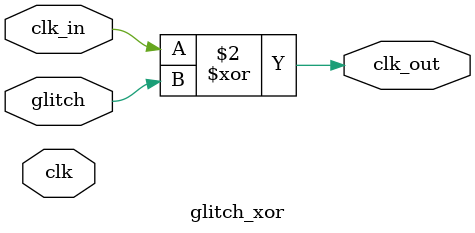
<source format=v>
module glitch_xor(
    input wire clk,
    input wire clk_in,
    input wire glitch,
    output reg clk_out
);

always @ (clk_in or glitch)
begin
    clk_out <= clk_in ^ glitch;
end

endmodule

</source>
